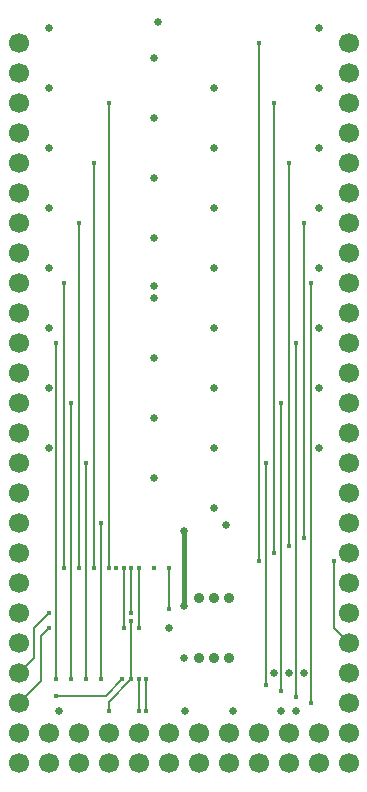
<source format=gbr>
G04 #@! TF.FileFunction,Copper,L4,Bot,Signal*
%FSLAX46Y46*%
G04 Gerber Fmt 4.6, Leading zero omitted, Abs format (unit mm)*
G04 Created by KiCad (PCBNEW 4.0.7) date Monday, October 08, 2018 'PMt' 05:16:59 PM*
%MOMM*%
%LPD*%
G01*
G04 APERTURE LIST*
%ADD10C,0.100000*%
%ADD11C,1.700000*%
%ADD12C,0.406400*%
%ADD13C,0.635000*%
%ADD14C,0.889000*%
%ADD15C,0.177800*%
%ADD16C,0.381000*%
G04 APERTURE END LIST*
D10*
D11*
X156210000Y-73660000D03*
X156210000Y-76200000D03*
X156210000Y-78740000D03*
X156210000Y-81280000D03*
X156210000Y-83820000D03*
X156210000Y-86360000D03*
X156210000Y-88900000D03*
X156210000Y-91440000D03*
X156210000Y-93980000D03*
X156210000Y-96520000D03*
X156210000Y-99060000D03*
X156210000Y-101600000D03*
X156210000Y-104140000D03*
X156210000Y-106680000D03*
X156210000Y-109220000D03*
X156210000Y-111760000D03*
X156210000Y-114300000D03*
X156210000Y-116840000D03*
X156210000Y-119380000D03*
X156210000Y-121920000D03*
X156210000Y-124460000D03*
X156210000Y-127000000D03*
X156210000Y-129540000D03*
X156210000Y-132080000D03*
X156210000Y-134620000D03*
X184150000Y-73660000D03*
X184150000Y-76200000D03*
X184150000Y-78740000D03*
X184150000Y-81280000D03*
X184150000Y-83820000D03*
X184150000Y-86360000D03*
X184150000Y-88900000D03*
X184150000Y-91440000D03*
X184150000Y-93980000D03*
X184150000Y-96520000D03*
X184150000Y-99060000D03*
X184150000Y-101600000D03*
X184150000Y-104140000D03*
X184150000Y-106680000D03*
X184150000Y-109220000D03*
X184150000Y-111760000D03*
X184150000Y-114300000D03*
X184150000Y-116840000D03*
X184150000Y-119380000D03*
X184150000Y-121920000D03*
X184150000Y-124460000D03*
X184150000Y-127000000D03*
X184150000Y-129540000D03*
X184150000Y-132080000D03*
X184150000Y-134620000D03*
X181610000Y-132080000D03*
X179070000Y-132080000D03*
X176530000Y-132080000D03*
X173990000Y-132080000D03*
X171450000Y-132080000D03*
X168910000Y-132080000D03*
X166370000Y-132080000D03*
X163830000Y-132080000D03*
X161290000Y-132080000D03*
X158750000Y-132080000D03*
X158750000Y-134620000D03*
X161290000Y-134620000D03*
X163830000Y-134620000D03*
X166370000Y-134620000D03*
X168910000Y-134620000D03*
X171450000Y-134620000D03*
X173990000Y-134620000D03*
X176530000Y-134620000D03*
X179070000Y-134620000D03*
X181610000Y-134620000D03*
D12*
X166370000Y-127508000D03*
X166370000Y-130175000D03*
D13*
X170180000Y-114935000D03*
X170180000Y-121285000D03*
X170180000Y-125730000D03*
D14*
X172720000Y-125730000D03*
X173990000Y-125730000D03*
X171450000Y-125730000D03*
X172720000Y-120650000D03*
X171450000Y-120650000D03*
X173990000Y-120650000D03*
D13*
X168021000Y-71882000D03*
X167640000Y-94234000D03*
X159639000Y-130175000D03*
X173736000Y-114427000D03*
X179070000Y-127000000D03*
X177800000Y-127000000D03*
X180340000Y-127000000D03*
X179705000Y-130175000D03*
X178435000Y-130175000D03*
X168910000Y-123190000D03*
D12*
X167640000Y-118110000D03*
X164465000Y-118110000D03*
D13*
X174371000Y-130175000D03*
X170307000Y-130175000D03*
X167640000Y-110490000D03*
X167640000Y-105410000D03*
X167640000Y-100330000D03*
X172720000Y-113030000D03*
X172720000Y-107950000D03*
X172720000Y-102870000D03*
X172720000Y-97790000D03*
X167640000Y-95250000D03*
X172720000Y-87630000D03*
X172720000Y-92710000D03*
X167640000Y-90170000D03*
X167640000Y-85090000D03*
X167640000Y-80010000D03*
X172720000Y-82550000D03*
X172720000Y-77470000D03*
X167640000Y-74930000D03*
X181610000Y-102870000D03*
X181610000Y-72390000D03*
X181610000Y-77470000D03*
X181610000Y-82550000D03*
X181610000Y-87630000D03*
X181610000Y-92710000D03*
X181610000Y-97790000D03*
X181610000Y-107950000D03*
X158750000Y-102870000D03*
X158750000Y-97790000D03*
X158750000Y-92710000D03*
X158750000Y-87630000D03*
X158750000Y-82550000D03*
X158750000Y-77470000D03*
X158750000Y-72390000D03*
X158750000Y-107950000D03*
D12*
X163830000Y-130175000D03*
X165735000Y-127508000D03*
X165735000Y-122555000D03*
X166370000Y-123190000D03*
X166370000Y-118110000D03*
X158750000Y-121920000D03*
X165735000Y-121920000D03*
X165735000Y-118110000D03*
X158750000Y-123190000D03*
X165100000Y-123190000D03*
X165100000Y-118110000D03*
X164973000Y-127508000D03*
X159385000Y-128905000D03*
X167005000Y-130175000D03*
X167005000Y-127508000D03*
X163830000Y-78740000D03*
X163830000Y-118110000D03*
X176530000Y-117475000D03*
X176530000Y-73660000D03*
X162560000Y-83820000D03*
X162560000Y-118110000D03*
X177800000Y-116840000D03*
X177800000Y-78740000D03*
X161290000Y-118110000D03*
X161290000Y-88900000D03*
X179070000Y-116205000D03*
X179070000Y-83820000D03*
X160020000Y-118110000D03*
X160020000Y-93980000D03*
X180340000Y-115570000D03*
X180340000Y-88900000D03*
X159385000Y-127508000D03*
X159385000Y-99060000D03*
X180975000Y-93980000D03*
X180975000Y-129540000D03*
X160655000Y-104140000D03*
X160655000Y-127508000D03*
X179705000Y-129032000D03*
X179705000Y-99060000D03*
X161925000Y-109220000D03*
X161925000Y-127508000D03*
X178435000Y-104140000D03*
X178435000Y-128524000D03*
X163195000Y-114300000D03*
X163195000Y-127508000D03*
X177165000Y-109220000D03*
X177165000Y-128016000D03*
X168910000Y-121602500D03*
X168910000Y-118110000D03*
X182880000Y-117475000D03*
D15*
X166370000Y-127508000D02*
X166370000Y-130175000D01*
D16*
X170180000Y-114935000D02*
X170180000Y-121285000D01*
D15*
X165735000Y-127508000D02*
X163830000Y-129413000D01*
X163830000Y-129413000D02*
X163830000Y-130175000D01*
X165735000Y-127508000D02*
X165735000Y-122555000D01*
X166370000Y-118110000D02*
X166370000Y-123190000D01*
X157480000Y-125730000D02*
X156210000Y-127000000D01*
X157480000Y-123190000D02*
X157480000Y-125730000D01*
X158750000Y-121920000D02*
X157480000Y-123190000D01*
X165735000Y-118110000D02*
X165735000Y-121920000D01*
X158115000Y-127635000D02*
X156210000Y-129540000D01*
X158115000Y-123825000D02*
X158115000Y-127635000D01*
X158750000Y-123190000D02*
X158115000Y-123825000D01*
X165100000Y-118110000D02*
X165100000Y-123190000D01*
X159385000Y-128905000D02*
X163449000Y-128905000D01*
X163576000Y-128905000D02*
X164973000Y-127508000D01*
X163449000Y-128905000D02*
X163576000Y-128905000D01*
X167005000Y-127508000D02*
X167005000Y-130175000D01*
X163830000Y-118110000D02*
X163830000Y-78740000D01*
X176530000Y-117475000D02*
X176530000Y-73660000D01*
X162560000Y-118110000D02*
X162560000Y-83820000D01*
X177800000Y-116840000D02*
X177800000Y-78740000D01*
X161290000Y-118110000D02*
X161290000Y-88900000D01*
X179070000Y-116205000D02*
X179070000Y-83820000D01*
X160020000Y-93980000D02*
X160020000Y-118110000D01*
X180340000Y-115570000D02*
X180340000Y-88900000D01*
X159385000Y-127508000D02*
X159385000Y-99060000D01*
X180975000Y-93980000D02*
X180975000Y-129540000D01*
X160655000Y-127508000D02*
X160655000Y-104140000D01*
X179705000Y-99060000D02*
X179705000Y-129032000D01*
X161925000Y-109220000D02*
X161925000Y-127508000D01*
X178435000Y-128524000D02*
X178435000Y-104140000D01*
X163195000Y-127508000D02*
X163195000Y-114300000D01*
X177165000Y-128016000D02*
X177165000Y-109220000D01*
X184150000Y-124460000D02*
X182880000Y-123190000D01*
X168910000Y-118110000D02*
X168910000Y-121602500D01*
X182880000Y-123190000D02*
X182880000Y-117475000D01*
M02*

</source>
